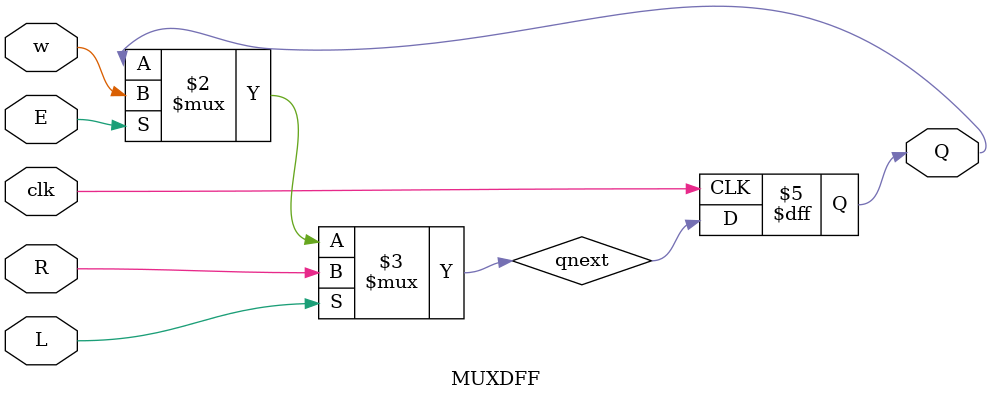
<source format=v>
module top_module (
    input [3:0] SW,
    input [3:0] KEY,
    output [3:0] LEDR
); //
	  reg w, E,L,clk;
    assign {w,L,E,clk} = KEY;
    
    MUXDFF m0(clk, LEDR[1], SW[0], E, L, LEDR[0]);
    MUXDFF m1(clk, LEDR[2], SW[1], E, L, LEDR[1]);
    MUXDFF m2(clk, LEDR[3], SW[2], E, L, LEDR[2]);
    MUXDFF m3(clk, KEY[3], SW[3], E, L, LEDR[3]);

  // m = 2: can be done using generate statement also
  /*
  	reg w, E,L,clk;
    assign {w,L,E,clk} = KEY;
    reg [3:0] LEDR1;
    assign LEDR1 = {KEY[3], LEDR[3:1]};
    
    generate 
        genvar i;
        for (i = 0; i<4; i++) begin : mux_block
            MUXDFF m(clk, LEDR1[i], SW[i], E, L, LEDR[i]); 
        end
    endgenerate
  */
    
    
endmodule


// --------------------- MODULE -------------------------------

module MUXDFF (input clk,
    input w, R, E, L,
    output Q);
    
    reg qnext;
    
    always @(*) begin
        qnext = L ? R : E ? w : Q;  
    end
    
    always @(posedge clk) begin
       Q <= qnext; 
    end

endmodule

</source>
